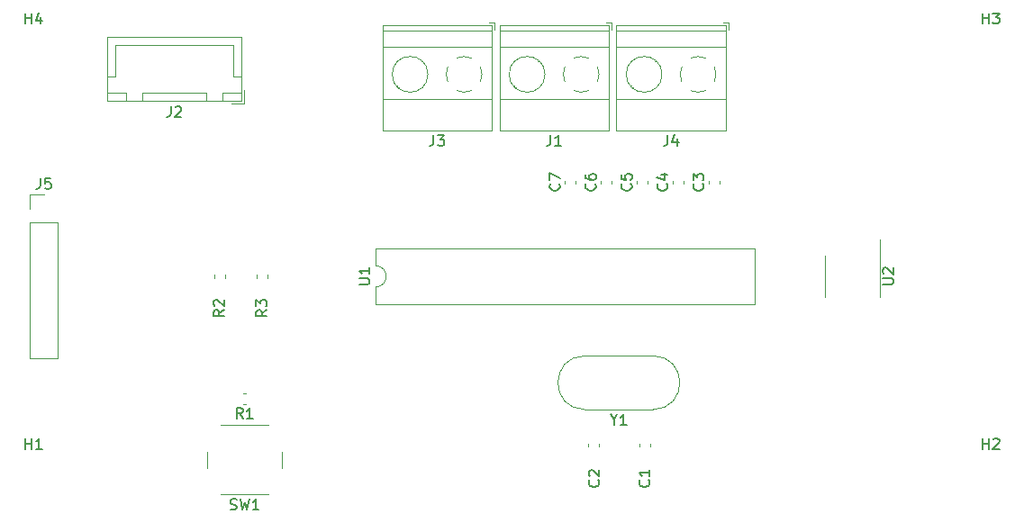
<source format=gbr>
%TF.GenerationSoftware,KiCad,Pcbnew,(5.1.10)-1*%
%TF.CreationDate,2022-01-05T23:07:18-06:00*%
%TF.ProjectId,HotPlate_TempControl,486f7450-6c61-4746-955f-54656d70436f,rev?*%
%TF.SameCoordinates,Original*%
%TF.FileFunction,Legend,Top*%
%TF.FilePolarity,Positive*%
%FSLAX46Y46*%
G04 Gerber Fmt 4.6, Leading zero omitted, Abs format (unit mm)*
G04 Created by KiCad (PCBNEW (5.1.10)-1) date 2022-01-05 23:07:18*
%MOMM*%
%LPD*%
G01*
G04 APERTURE LIST*
%ADD10C,0.120000*%
%ADD11C,0.150000*%
G04 APERTURE END LIST*
D10*
%TO.C,Y1*%
X162750000Y-98475000D02*
X156350000Y-98475000D01*
X162750000Y-103525000D02*
X156350000Y-103525000D01*
X162750000Y-98475000D02*
G75*
G02*
X162750000Y-103525000I0J-2525000D01*
G01*
X156350000Y-98475000D02*
G75*
G03*
X156350000Y-103525000I0J-2525000D01*
G01*
%TO.C,SW1*%
X120862500Y-107500000D02*
X120862500Y-109000000D01*
X122112500Y-111500000D02*
X126612500Y-111500000D01*
X127862500Y-109000000D02*
X127862500Y-107500000D01*
X126612500Y-105000000D02*
X122112500Y-105000000D01*
%TO.C,J5*%
X104170000Y-83320000D02*
X105500000Y-83320000D01*
X104170000Y-84650000D02*
X104170000Y-83320000D01*
X104170000Y-85920000D02*
X106830000Y-85920000D01*
X106830000Y-85920000D02*
X106830000Y-98680000D01*
X104170000Y-85920000D02*
X104170000Y-98680000D01*
X104170000Y-98680000D02*
X106830000Y-98680000D01*
%TO.C,U1*%
X136670000Y-88350000D02*
X136670000Y-90000000D01*
X172350000Y-88350000D02*
X136670000Y-88350000D01*
X172350000Y-93650000D02*
X172350000Y-88350000D01*
X136670000Y-93650000D02*
X172350000Y-93650000D01*
X136670000Y-92000000D02*
X136670000Y-93650000D01*
X136670000Y-90000000D02*
G75*
G02*
X136670000Y-92000000I0J-1000000D01*
G01*
%TO.C,J2*%
X124350000Y-74750000D02*
X124350000Y-73500000D01*
X123100000Y-74750000D02*
X124350000Y-74750000D01*
X112200000Y-69250000D02*
X117750000Y-69250000D01*
X112200000Y-72200000D02*
X112200000Y-69250000D01*
X111450000Y-72200000D02*
X112200000Y-72200000D01*
X123300000Y-69250000D02*
X117750000Y-69250000D01*
X123300000Y-72200000D02*
X123300000Y-69250000D01*
X124050000Y-72200000D02*
X123300000Y-72200000D01*
X111450000Y-74450000D02*
X113250000Y-74450000D01*
X111450000Y-73700000D02*
X111450000Y-74450000D01*
X113250000Y-73700000D02*
X111450000Y-73700000D01*
X113250000Y-74450000D02*
X113250000Y-73700000D01*
X122250000Y-74450000D02*
X124050000Y-74450000D01*
X122250000Y-73700000D02*
X122250000Y-74450000D01*
X124050000Y-73700000D02*
X122250000Y-73700000D01*
X124050000Y-74450000D02*
X124050000Y-73700000D01*
X114750000Y-74450000D02*
X120750000Y-74450000D01*
X114750000Y-73700000D02*
X114750000Y-74450000D01*
X120750000Y-73700000D02*
X114750000Y-73700000D01*
X120750000Y-74450000D02*
X120750000Y-73700000D01*
X111440000Y-74460000D02*
X124060000Y-74460000D01*
X111440000Y-68490000D02*
X111440000Y-74460000D01*
X124060000Y-68490000D02*
X111440000Y-68490000D01*
X124060000Y-74460000D02*
X124060000Y-68490000D01*
%TO.C,C1*%
X161490000Y-106716233D02*
X161490000Y-107008767D01*
X162510000Y-106716233D02*
X162510000Y-107008767D01*
%TO.C,C2*%
X157635000Y-106716233D02*
X157635000Y-107008767D01*
X156615000Y-106716233D02*
X156615000Y-107008767D01*
%TO.C,C3*%
X169010000Y-82283767D02*
X169010000Y-81991233D01*
X167990000Y-82283767D02*
X167990000Y-81991233D01*
%TO.C,C4*%
X164615000Y-82283767D02*
X164615000Y-81991233D01*
X165635000Y-82283767D02*
X165635000Y-81991233D01*
%TO.C,C5*%
X162260000Y-82283767D02*
X162260000Y-81991233D01*
X161240000Y-82283767D02*
X161240000Y-81991233D01*
%TO.C,C6*%
X157865000Y-82283767D02*
X157865000Y-81991233D01*
X158885000Y-82283767D02*
X158885000Y-81991233D01*
%TO.C,C7*%
X155510000Y-82283767D02*
X155510000Y-81991233D01*
X154490000Y-82283767D02*
X154490000Y-81991233D01*
%TO.C,J1*%
X158840000Y-67100000D02*
X158340000Y-67100000D01*
X158840000Y-67840000D02*
X158840000Y-67100000D01*
X152147000Y-70977000D02*
X152194000Y-70931000D01*
X149850000Y-73275000D02*
X149885000Y-73239000D01*
X151954000Y-70761000D02*
X151989000Y-70726000D01*
X149645000Y-73069000D02*
X149692000Y-73023000D01*
X148320000Y-77261000D02*
X148320000Y-67340000D01*
X158600000Y-77261000D02*
X158600000Y-67340000D01*
X158600000Y-67340000D02*
X148320000Y-67340000D01*
X158600000Y-77261000D02*
X148320000Y-77261000D01*
X158600000Y-74301000D02*
X148320000Y-74301000D01*
X158600000Y-69400000D02*
X148320000Y-69400000D01*
X158600000Y-67900000D02*
X148320000Y-67900000D01*
X152600000Y-72000000D02*
G75*
G03*
X152600000Y-72000000I-1680000J0D01*
G01*
X155316682Y-70465244D02*
G75*
G02*
X156000000Y-70320000I683318J-1534756D01*
G01*
X154464574Y-72683042D02*
G75*
G02*
X154465000Y-71316000I1535426J683042D01*
G01*
X156683042Y-73535426D02*
G75*
G02*
X155316000Y-73535000I-683042J1535426D01*
G01*
X157535426Y-71316958D02*
G75*
G02*
X157535000Y-72684000I-1535426J-683042D01*
G01*
X155971195Y-70319747D02*
G75*
G02*
X156684000Y-70465000I28805J-1680253D01*
G01*
%TO.C,J3*%
X141600000Y-72000000D02*
G75*
G03*
X141600000Y-72000000I-1680000J0D01*
G01*
X147600000Y-67900000D02*
X137320000Y-67900000D01*
X147600000Y-69400000D02*
X137320000Y-69400000D01*
X147600000Y-74301000D02*
X137320000Y-74301000D01*
X147600000Y-77261000D02*
X137320000Y-77261000D01*
X147600000Y-67340000D02*
X137320000Y-67340000D01*
X147600000Y-77261000D02*
X147600000Y-67340000D01*
X137320000Y-77261000D02*
X137320000Y-67340000D01*
X138645000Y-73069000D02*
X138692000Y-73023000D01*
X140954000Y-70761000D02*
X140989000Y-70726000D01*
X138850000Y-73275000D02*
X138885000Y-73239000D01*
X141147000Y-70977000D02*
X141194000Y-70931000D01*
X147840000Y-67840000D02*
X147840000Y-67100000D01*
X147840000Y-67100000D02*
X147340000Y-67100000D01*
X144971195Y-70319747D02*
G75*
G02*
X145684000Y-70465000I28805J-1680253D01*
G01*
X146535426Y-71316958D02*
G75*
G02*
X146535000Y-72684000I-1535426J-683042D01*
G01*
X145683042Y-73535426D02*
G75*
G02*
X144316000Y-73535000I-683042J1535426D01*
G01*
X143464574Y-72683042D02*
G75*
G02*
X143465000Y-71316000I1535426J683042D01*
G01*
X144316682Y-70465244D02*
G75*
G02*
X145000000Y-70320000I683318J-1534756D01*
G01*
%TO.C,J4*%
X169840000Y-67100000D02*
X169340000Y-67100000D01*
X169840000Y-67840000D02*
X169840000Y-67100000D01*
X163147000Y-70977000D02*
X163194000Y-70931000D01*
X160850000Y-73275000D02*
X160885000Y-73239000D01*
X162954000Y-70761000D02*
X162989000Y-70726000D01*
X160645000Y-73069000D02*
X160692000Y-73023000D01*
X159320000Y-77261000D02*
X159320000Y-67340000D01*
X169600000Y-77261000D02*
X169600000Y-67340000D01*
X169600000Y-67340000D02*
X159320000Y-67340000D01*
X169600000Y-77261000D02*
X159320000Y-77261000D01*
X169600000Y-74301000D02*
X159320000Y-74301000D01*
X169600000Y-69400000D02*
X159320000Y-69400000D01*
X169600000Y-67900000D02*
X159320000Y-67900000D01*
X163600000Y-72000000D02*
G75*
G03*
X163600000Y-72000000I-1680000J0D01*
G01*
X166316682Y-70465244D02*
G75*
G02*
X167000000Y-70320000I683318J-1534756D01*
G01*
X165464574Y-72683042D02*
G75*
G02*
X165465000Y-71316000I1535426J683042D01*
G01*
X167683042Y-73535426D02*
G75*
G02*
X166316000Y-73535000I-683042J1535426D01*
G01*
X168535426Y-71316958D02*
G75*
G02*
X168535000Y-72684000I-1535426J-683042D01*
G01*
X166971195Y-70319747D02*
G75*
G02*
X167684000Y-70465000I28805J-1680253D01*
G01*
%TO.C,R1*%
X124508767Y-103010000D02*
X124216233Y-103010000D01*
X124508767Y-101990000D02*
X124216233Y-101990000D01*
%TO.C,R2*%
X122510000Y-90853733D02*
X122510000Y-91146267D01*
X121490000Y-90853733D02*
X121490000Y-91146267D01*
%TO.C,R3*%
X126510000Y-91146267D02*
X126510000Y-90853733D01*
X125490000Y-91146267D02*
X125490000Y-90853733D01*
%TO.C,U2*%
X178940000Y-91000000D02*
X178940000Y-92950000D01*
X178940000Y-91000000D02*
X178940000Y-89050000D01*
X184060000Y-91000000D02*
X184060000Y-92950000D01*
X184060000Y-91000000D02*
X184060000Y-87550000D01*
%TO.C,Y1*%
D11*
X159073809Y-104501190D02*
X159073809Y-104977380D01*
X158740476Y-103977380D02*
X159073809Y-104501190D01*
X159407142Y-103977380D01*
X160264285Y-104977380D02*
X159692857Y-104977380D01*
X159978571Y-104977380D02*
X159978571Y-103977380D01*
X159883333Y-104120238D01*
X159788095Y-104215476D01*
X159692857Y-104263095D01*
%TO.C,SW1*%
X123029166Y-112904761D02*
X123172023Y-112952380D01*
X123410119Y-112952380D01*
X123505357Y-112904761D01*
X123552976Y-112857142D01*
X123600595Y-112761904D01*
X123600595Y-112666666D01*
X123552976Y-112571428D01*
X123505357Y-112523809D01*
X123410119Y-112476190D01*
X123219642Y-112428571D01*
X123124404Y-112380952D01*
X123076785Y-112333333D01*
X123029166Y-112238095D01*
X123029166Y-112142857D01*
X123076785Y-112047619D01*
X123124404Y-112000000D01*
X123219642Y-111952380D01*
X123457738Y-111952380D01*
X123600595Y-112000000D01*
X123933928Y-111952380D02*
X124172023Y-112952380D01*
X124362500Y-112238095D01*
X124552976Y-112952380D01*
X124791071Y-111952380D01*
X125695833Y-112952380D02*
X125124404Y-112952380D01*
X125410119Y-112952380D02*
X125410119Y-111952380D01*
X125314880Y-112095238D01*
X125219642Y-112190476D01*
X125124404Y-112238095D01*
%TO.C,J5*%
X105166666Y-81772380D02*
X105166666Y-82486666D01*
X105119047Y-82629523D01*
X105023809Y-82724761D01*
X104880952Y-82772380D01*
X104785714Y-82772380D01*
X106119047Y-81772380D02*
X105642857Y-81772380D01*
X105595238Y-82248571D01*
X105642857Y-82200952D01*
X105738095Y-82153333D01*
X105976190Y-82153333D01*
X106071428Y-82200952D01*
X106119047Y-82248571D01*
X106166666Y-82343809D01*
X106166666Y-82581904D01*
X106119047Y-82677142D01*
X106071428Y-82724761D01*
X105976190Y-82772380D01*
X105738095Y-82772380D01*
X105642857Y-82724761D01*
X105595238Y-82677142D01*
%TO.C,U1*%
X135122380Y-91761904D02*
X135931904Y-91761904D01*
X136027142Y-91714285D01*
X136074761Y-91666666D01*
X136122380Y-91571428D01*
X136122380Y-91380952D01*
X136074761Y-91285714D01*
X136027142Y-91238095D01*
X135931904Y-91190476D01*
X135122380Y-91190476D01*
X136122380Y-90190476D02*
X136122380Y-90761904D01*
X136122380Y-90476190D02*
X135122380Y-90476190D01*
X135265238Y-90571428D01*
X135360476Y-90666666D01*
X135408095Y-90761904D01*
%TO.C,J2*%
X117416666Y-75002380D02*
X117416666Y-75716666D01*
X117369047Y-75859523D01*
X117273809Y-75954761D01*
X117130952Y-76002380D01*
X117035714Y-76002380D01*
X117845238Y-75097619D02*
X117892857Y-75050000D01*
X117988095Y-75002380D01*
X118226190Y-75002380D01*
X118321428Y-75050000D01*
X118369047Y-75097619D01*
X118416666Y-75192857D01*
X118416666Y-75288095D01*
X118369047Y-75430952D01*
X117797619Y-76002380D01*
X118416666Y-76002380D01*
%TO.C,H4*%
X103738095Y-67252380D02*
X103738095Y-66252380D01*
X103738095Y-66728571D02*
X104309523Y-66728571D01*
X104309523Y-67252380D02*
X104309523Y-66252380D01*
X105214285Y-66585714D02*
X105214285Y-67252380D01*
X104976190Y-66204761D02*
X104738095Y-66919047D01*
X105357142Y-66919047D01*
%TO.C,H3*%
X193738095Y-67252380D02*
X193738095Y-66252380D01*
X193738095Y-66728571D02*
X194309523Y-66728571D01*
X194309523Y-67252380D02*
X194309523Y-66252380D01*
X194690476Y-66252380D02*
X195309523Y-66252380D01*
X194976190Y-66633333D01*
X195119047Y-66633333D01*
X195214285Y-66680952D01*
X195261904Y-66728571D01*
X195309523Y-66823809D01*
X195309523Y-67061904D01*
X195261904Y-67157142D01*
X195214285Y-67204761D01*
X195119047Y-67252380D01*
X194833333Y-67252380D01*
X194738095Y-67204761D01*
X194690476Y-67157142D01*
%TO.C,H2*%
X193738095Y-107252380D02*
X193738095Y-106252380D01*
X193738095Y-106728571D02*
X194309523Y-106728571D01*
X194309523Y-107252380D02*
X194309523Y-106252380D01*
X194738095Y-106347619D02*
X194785714Y-106300000D01*
X194880952Y-106252380D01*
X195119047Y-106252380D01*
X195214285Y-106300000D01*
X195261904Y-106347619D01*
X195309523Y-106442857D01*
X195309523Y-106538095D01*
X195261904Y-106680952D01*
X194690476Y-107252380D01*
X195309523Y-107252380D01*
%TO.C,H1*%
X103738095Y-107252380D02*
X103738095Y-106252380D01*
X103738095Y-106728571D02*
X104309523Y-106728571D01*
X104309523Y-107252380D02*
X104309523Y-106252380D01*
X105309523Y-107252380D02*
X104738095Y-107252380D01*
X105023809Y-107252380D02*
X105023809Y-106252380D01*
X104928571Y-106395238D01*
X104833333Y-106490476D01*
X104738095Y-106538095D01*
%TO.C,C1*%
X162357142Y-110166666D02*
X162404761Y-110214285D01*
X162452380Y-110357142D01*
X162452380Y-110452380D01*
X162404761Y-110595238D01*
X162309523Y-110690476D01*
X162214285Y-110738095D01*
X162023809Y-110785714D01*
X161880952Y-110785714D01*
X161690476Y-110738095D01*
X161595238Y-110690476D01*
X161500000Y-110595238D01*
X161452380Y-110452380D01*
X161452380Y-110357142D01*
X161500000Y-110214285D01*
X161547619Y-110166666D01*
X162452380Y-109214285D02*
X162452380Y-109785714D01*
X162452380Y-109500000D02*
X161452380Y-109500000D01*
X161595238Y-109595238D01*
X161690476Y-109690476D01*
X161738095Y-109785714D01*
%TO.C,C2*%
X157607142Y-110166666D02*
X157654761Y-110214285D01*
X157702380Y-110357142D01*
X157702380Y-110452380D01*
X157654761Y-110595238D01*
X157559523Y-110690476D01*
X157464285Y-110738095D01*
X157273809Y-110785714D01*
X157130952Y-110785714D01*
X156940476Y-110738095D01*
X156845238Y-110690476D01*
X156750000Y-110595238D01*
X156702380Y-110452380D01*
X156702380Y-110357142D01*
X156750000Y-110214285D01*
X156797619Y-110166666D01*
X156797619Y-109785714D02*
X156750000Y-109738095D01*
X156702380Y-109642857D01*
X156702380Y-109404761D01*
X156750000Y-109309523D01*
X156797619Y-109261904D01*
X156892857Y-109214285D01*
X156988095Y-109214285D01*
X157130952Y-109261904D01*
X157702380Y-109833333D01*
X157702380Y-109214285D01*
%TO.C,C3*%
X167427142Y-82304166D02*
X167474761Y-82351785D01*
X167522380Y-82494642D01*
X167522380Y-82589880D01*
X167474761Y-82732738D01*
X167379523Y-82827976D01*
X167284285Y-82875595D01*
X167093809Y-82923214D01*
X166950952Y-82923214D01*
X166760476Y-82875595D01*
X166665238Y-82827976D01*
X166570000Y-82732738D01*
X166522380Y-82589880D01*
X166522380Y-82494642D01*
X166570000Y-82351785D01*
X166617619Y-82304166D01*
X166522380Y-81970833D02*
X166522380Y-81351785D01*
X166903333Y-81685119D01*
X166903333Y-81542261D01*
X166950952Y-81447023D01*
X166998571Y-81399404D01*
X167093809Y-81351785D01*
X167331904Y-81351785D01*
X167427142Y-81399404D01*
X167474761Y-81447023D01*
X167522380Y-81542261D01*
X167522380Y-81827976D01*
X167474761Y-81923214D01*
X167427142Y-81970833D01*
%TO.C,C4*%
X164052142Y-82304166D02*
X164099761Y-82351785D01*
X164147380Y-82494642D01*
X164147380Y-82589880D01*
X164099761Y-82732738D01*
X164004523Y-82827976D01*
X163909285Y-82875595D01*
X163718809Y-82923214D01*
X163575952Y-82923214D01*
X163385476Y-82875595D01*
X163290238Y-82827976D01*
X163195000Y-82732738D01*
X163147380Y-82589880D01*
X163147380Y-82494642D01*
X163195000Y-82351785D01*
X163242619Y-82304166D01*
X163480714Y-81447023D02*
X164147380Y-81447023D01*
X163099761Y-81685119D02*
X163814047Y-81923214D01*
X163814047Y-81304166D01*
%TO.C,C5*%
X160677142Y-82304166D02*
X160724761Y-82351785D01*
X160772380Y-82494642D01*
X160772380Y-82589880D01*
X160724761Y-82732738D01*
X160629523Y-82827976D01*
X160534285Y-82875595D01*
X160343809Y-82923214D01*
X160200952Y-82923214D01*
X160010476Y-82875595D01*
X159915238Y-82827976D01*
X159820000Y-82732738D01*
X159772380Y-82589880D01*
X159772380Y-82494642D01*
X159820000Y-82351785D01*
X159867619Y-82304166D01*
X159772380Y-81399404D02*
X159772380Y-81875595D01*
X160248571Y-81923214D01*
X160200952Y-81875595D01*
X160153333Y-81780357D01*
X160153333Y-81542261D01*
X160200952Y-81447023D01*
X160248571Y-81399404D01*
X160343809Y-81351785D01*
X160581904Y-81351785D01*
X160677142Y-81399404D01*
X160724761Y-81447023D01*
X160772380Y-81542261D01*
X160772380Y-81780357D01*
X160724761Y-81875595D01*
X160677142Y-81923214D01*
%TO.C,C6*%
X157302142Y-82304166D02*
X157349761Y-82351785D01*
X157397380Y-82494642D01*
X157397380Y-82589880D01*
X157349761Y-82732738D01*
X157254523Y-82827976D01*
X157159285Y-82875595D01*
X156968809Y-82923214D01*
X156825952Y-82923214D01*
X156635476Y-82875595D01*
X156540238Y-82827976D01*
X156445000Y-82732738D01*
X156397380Y-82589880D01*
X156397380Y-82494642D01*
X156445000Y-82351785D01*
X156492619Y-82304166D01*
X156397380Y-81447023D02*
X156397380Y-81637500D01*
X156445000Y-81732738D01*
X156492619Y-81780357D01*
X156635476Y-81875595D01*
X156825952Y-81923214D01*
X157206904Y-81923214D01*
X157302142Y-81875595D01*
X157349761Y-81827976D01*
X157397380Y-81732738D01*
X157397380Y-81542261D01*
X157349761Y-81447023D01*
X157302142Y-81399404D01*
X157206904Y-81351785D01*
X156968809Y-81351785D01*
X156873571Y-81399404D01*
X156825952Y-81447023D01*
X156778333Y-81542261D01*
X156778333Y-81732738D01*
X156825952Y-81827976D01*
X156873571Y-81875595D01*
X156968809Y-81923214D01*
%TO.C,C7*%
X153927142Y-82304166D02*
X153974761Y-82351785D01*
X154022380Y-82494642D01*
X154022380Y-82589880D01*
X153974761Y-82732738D01*
X153879523Y-82827976D01*
X153784285Y-82875595D01*
X153593809Y-82923214D01*
X153450952Y-82923214D01*
X153260476Y-82875595D01*
X153165238Y-82827976D01*
X153070000Y-82732738D01*
X153022380Y-82589880D01*
X153022380Y-82494642D01*
X153070000Y-82351785D01*
X153117619Y-82304166D01*
X153022380Y-81970833D02*
X153022380Y-81304166D01*
X154022380Y-81732738D01*
%TO.C,J1*%
X153126666Y-77712380D02*
X153126666Y-78426666D01*
X153079047Y-78569523D01*
X152983809Y-78664761D01*
X152840952Y-78712380D01*
X152745714Y-78712380D01*
X154126666Y-78712380D02*
X153555238Y-78712380D01*
X153840952Y-78712380D02*
X153840952Y-77712380D01*
X153745714Y-77855238D01*
X153650476Y-77950476D01*
X153555238Y-77998095D01*
%TO.C,J3*%
X142126666Y-77712380D02*
X142126666Y-78426666D01*
X142079047Y-78569523D01*
X141983809Y-78664761D01*
X141840952Y-78712380D01*
X141745714Y-78712380D01*
X142507619Y-77712380D02*
X143126666Y-77712380D01*
X142793333Y-78093333D01*
X142936190Y-78093333D01*
X143031428Y-78140952D01*
X143079047Y-78188571D01*
X143126666Y-78283809D01*
X143126666Y-78521904D01*
X143079047Y-78617142D01*
X143031428Y-78664761D01*
X142936190Y-78712380D01*
X142650476Y-78712380D01*
X142555238Y-78664761D01*
X142507619Y-78617142D01*
%TO.C,J4*%
X164126666Y-77712380D02*
X164126666Y-78426666D01*
X164079047Y-78569523D01*
X163983809Y-78664761D01*
X163840952Y-78712380D01*
X163745714Y-78712380D01*
X165031428Y-78045714D02*
X165031428Y-78712380D01*
X164793333Y-77664761D02*
X164555238Y-78379047D01*
X165174285Y-78379047D01*
%TO.C,R1*%
X124195833Y-104382380D02*
X123862500Y-103906190D01*
X123624404Y-104382380D02*
X123624404Y-103382380D01*
X124005357Y-103382380D01*
X124100595Y-103430000D01*
X124148214Y-103477619D01*
X124195833Y-103572857D01*
X124195833Y-103715714D01*
X124148214Y-103810952D01*
X124100595Y-103858571D01*
X124005357Y-103906190D01*
X123624404Y-103906190D01*
X125148214Y-104382380D02*
X124576785Y-104382380D01*
X124862500Y-104382380D02*
X124862500Y-103382380D01*
X124767261Y-103525238D01*
X124672023Y-103620476D01*
X124576785Y-103668095D01*
%TO.C,R2*%
X122452380Y-94166666D02*
X121976190Y-94500000D01*
X122452380Y-94738095D02*
X121452380Y-94738095D01*
X121452380Y-94357142D01*
X121500000Y-94261904D01*
X121547619Y-94214285D01*
X121642857Y-94166666D01*
X121785714Y-94166666D01*
X121880952Y-94214285D01*
X121928571Y-94261904D01*
X121976190Y-94357142D01*
X121976190Y-94738095D01*
X121547619Y-93785714D02*
X121500000Y-93738095D01*
X121452380Y-93642857D01*
X121452380Y-93404761D01*
X121500000Y-93309523D01*
X121547619Y-93261904D01*
X121642857Y-93214285D01*
X121738095Y-93214285D01*
X121880952Y-93261904D01*
X122452380Y-93833333D01*
X122452380Y-93214285D01*
%TO.C,R3*%
X126452380Y-94166666D02*
X125976190Y-94500000D01*
X126452380Y-94738095D02*
X125452380Y-94738095D01*
X125452380Y-94357142D01*
X125500000Y-94261904D01*
X125547619Y-94214285D01*
X125642857Y-94166666D01*
X125785714Y-94166666D01*
X125880952Y-94214285D01*
X125928571Y-94261904D01*
X125976190Y-94357142D01*
X125976190Y-94738095D01*
X125452380Y-93833333D02*
X125452380Y-93214285D01*
X125833333Y-93547619D01*
X125833333Y-93404761D01*
X125880952Y-93309523D01*
X125928571Y-93261904D01*
X126023809Y-93214285D01*
X126261904Y-93214285D01*
X126357142Y-93261904D01*
X126404761Y-93309523D01*
X126452380Y-93404761D01*
X126452380Y-93690476D01*
X126404761Y-93785714D01*
X126357142Y-93833333D01*
%TO.C,U2*%
X184352380Y-91761904D02*
X185161904Y-91761904D01*
X185257142Y-91714285D01*
X185304761Y-91666666D01*
X185352380Y-91571428D01*
X185352380Y-91380952D01*
X185304761Y-91285714D01*
X185257142Y-91238095D01*
X185161904Y-91190476D01*
X184352380Y-91190476D01*
X184447619Y-90761904D02*
X184400000Y-90714285D01*
X184352380Y-90619047D01*
X184352380Y-90380952D01*
X184400000Y-90285714D01*
X184447619Y-90238095D01*
X184542857Y-90190476D01*
X184638095Y-90190476D01*
X184780952Y-90238095D01*
X185352380Y-90809523D01*
X185352380Y-90190476D01*
%TD*%
M02*

</source>
